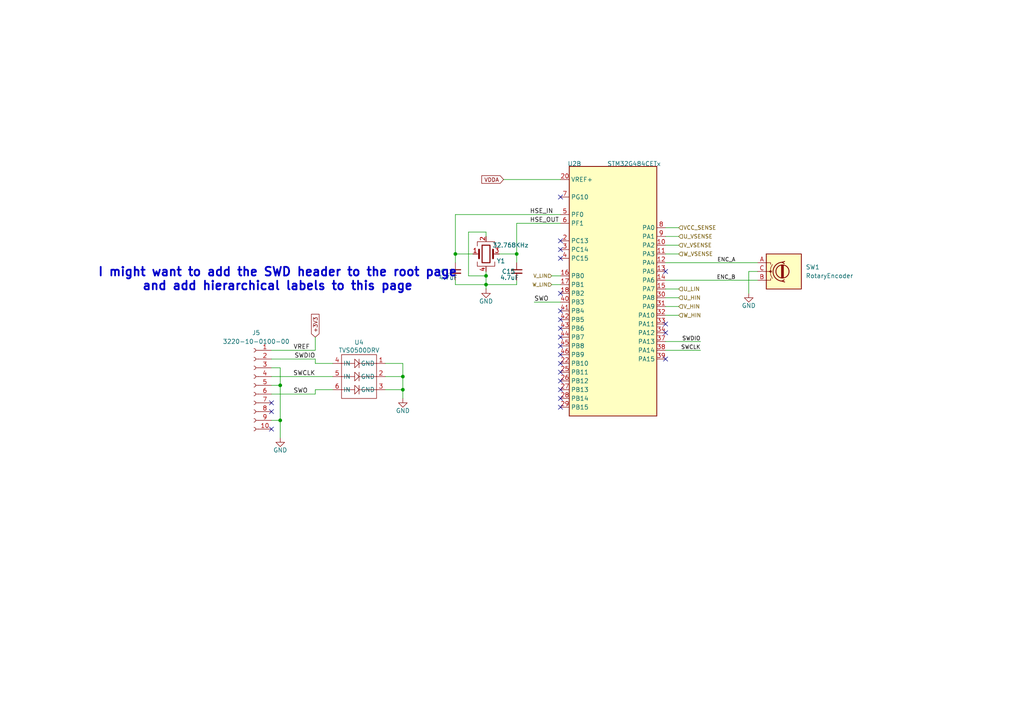
<source format=kicad_sch>
(kicad_sch (version 20250114) (generator "eeschema") (generator_version "9.0")
  (paper "A4")
  (lib_symbols
    (symbol "Connector:Conn_01x10_Socket" (pin_names (offset 1.016) (hide yes))
      (property "Reference" "J" (at 0 12.7 0))
      (property "Value" "Conn_01x10_Socket" (at 0 -15.24 0))
      (symbol "Conn_01x10_Socket_1_1"
        (polyline (pts (xy -1.27 10.16) (xy -0.508 10.16)) (stroke (width 0.1524)))
        (polyline (pts (xy -1.27 7.62) (xy -0.508 7.62)) (stroke (width 0.1524)))
        (polyline (pts (xy -1.27 5.08) (xy -0.508 5.08)) (stroke (width 0.1524)))
        (polyline (pts (xy -1.27 2.54) (xy -0.508 2.54)) (stroke (width 0.1524)))
        (polyline (pts (xy -1.27 0) (xy -0.508 0)) (stroke (width 0.1524)))
        (polyline (pts (xy -1.27 -2.54) (xy -0.508 -2.54)) (stroke (width 0.1524)))
        (polyline (pts (xy -1.27 -5.08) (xy -0.508 -5.08)) (stroke (width 0.1524)))
        (polyline (pts (xy -1.27 -7.62) (xy -0.508 -7.62)) (stroke (width 0.1524)))
        (polyline (pts (xy -1.27 -10.16) (xy -0.508 -10.16)) (stroke (width 0.1524)))
        (polyline (pts (xy -1.27 -12.7) (xy -0.508 -12.7)) (stroke (width 0.1524)))
        (arc (start 0 9.652) (mid -0.5058 10.16) (end 0 10.668) (stroke (width 0.1524)))
        (arc (start 0 7.112) (mid -0.5058 7.62) (end 0 8.128) (stroke (width 0.1524)))
        (arc (start 0 4.572) (mid -0.5058 5.08) (end 0 5.588) (stroke (width 0.1524)))
        (arc (start 0 2.032) (mid -0.5058 2.54) (end 0 3.048) (stroke (width 0.1524)))
        (arc (start 0 -0.508) (mid -0.5058 0) (end 0 0.508) (stroke (width 0.1524)))
        (arc (start 0 -3.048) (mid -0.5058 -2.54) (end 0 -2.032) (stroke (width 0.1524)))
        (arc (start 0 -5.588) (mid -0.5058 -5.08) (end 0 -4.572) (stroke (width 0.1524)))
        (arc (start 0 -8.128) (mid -0.5058 -7.62) (end 0 -7.112) (stroke (width 0.1524)))
        (arc (start 0 -10.668) (mid -0.5058 -10.16) (end 0 -9.652) (stroke (width 0.1524)))
        (arc (start 0 -13.208) (mid -0.5058 -12.7) (end 0 -12.192) (stroke (width 0.1524)))
        (pin passive line (at -5.08 10.16 0) (length 3.81) (name "Pin_1") (number "1"))
        (pin passive line (at -5.08 7.62 0) (length 3.81) (name "Pin_2") (number "2"))
        (pin passive line (at -5.08 5.08 0) (length 3.81) (name "Pin_3") (number "3"))
        (pin passive line (at -5.08 2.54 0) (length 3.81) (name "Pin_4") (number "4"))
        (pin passive line (at -5.08 0 0) (length 3.81) (name "Pin_5") (number "5"))
        (pin passive line (at -5.08 -2.54 0) (length 3.81) (name "Pin_6") (number "6"))
        (pin passive line (at -5.08 -5.08 0) (length 3.81) (name "Pin_7") (number "7"))
        (pin passive line (at -5.08 -7.62 0) (length 3.81) (name "Pin_8") (number "8"))
        (pin passive line (at -5.08 -10.16 0) (length 3.81) (name "Pin_9") (number "9"))
        (pin passive line (at -5.08 -12.7 0) (length 3.81) (name "Pin_10") (number "10"))
      )
    )
    (symbol "Device:C_Small" (pin_numbers (hide yes)) (pin_names (offset 0.254) (hide yes))
      (property "Reference" "C" (at 0.254 1.778 0))
      (property "Value" "C_Small" (at 0.254 -2.032 0))
      (symbol "C_Small_0_1"
        (polyline (pts (xy -1.524 0.508) (xy 1.524 0.508)) (stroke (width 0.3048)))
        (polyline (pts (xy -1.524 -0.508) (xy 1.524 -0.508)) (stroke (width 0.3302)))
      )
      (symbol "C_Small_1_1"
        (pin passive line (at 0 2.54 270) (length 2.032) (name "~") (number "1"))
        (pin passive line (at 0 -2.54 90) (length 2.032) (name "~") (number "2"))
      )
    )
    (symbol "Device:Crystal_GND24" (pin_names (offset 1.016) (hide yes))
      (property "Reference" "Y" (at 3.175 5.08 0))
      (property "Value" "Crystal_GND24" (at 3.175 3.175 0))
      (symbol "Crystal_GND24_0_1"
        (polyline (pts (xy -2.54 2.286) (xy -2.54 3.556) (xy 2.54 3.556) (xy 2.54 2.286)))
        (polyline (pts (xy -2.54 0) (xy -2.032 0)))
        (polyline (pts (xy -2.54 -2.286) (xy -2.54 -3.556) (xy 2.54 -3.556) (xy 2.54 -2.286)))
        (polyline (pts (xy -2.032 -1.27) (xy -2.032 1.27)) (stroke (width 0.508)))
        (rectangle (start -1.143 2.54) (end 1.143 -2.54) (stroke (width 0.3048)))
        (polyline (pts (xy 0 3.556) (xy 0 3.81)))
        (polyline (pts (xy 0 -3.81) (xy 0 -3.556)))
        (polyline (pts (xy 2.032 0) (xy 2.54 0)))
        (polyline (pts (xy 2.032 -1.27) (xy 2.032 1.27)) (stroke (width 0.508)))
      )
      (symbol "Crystal_GND24_1_1"
        (pin passive line (at -3.81 0 0) (length 1.27) (name "1") (number "1"))
        (pin passive line (at 0 5.08 270) (length 1.27) (name "2") (number "2"))
        (pin passive line (at 0 -5.08 90) (length 1.27) (name "4") (number "4"))
        (pin passive line (at 3.81 0 180) (length 1.27) (name "3") (number "3"))
      )
    )
    (symbol "Device:RotaryEncoder" (pin_names (offset 0.254) (hide yes))
      (property "Reference" "SW" (at 0 6.604 0))
      (property "Value" "RotaryEncoder" (at 0 -6.604 0))
      (symbol "RotaryEncoder_0_1"
        (rectangle (start -5.08 5.08) (end 5.08 -5.08) (stroke (width 0.254)) (fill (type background)))
        (polyline (pts (xy -5.08 2.54) (xy -3.81 2.54) (xy -3.81 2.032)))
        (polyline (pts (xy -5.08 0) (xy -3.81 0) (xy -3.81 -1.016) (xy -3.302 -2.032)))
        (polyline (pts (xy -5.08 -2.54) (xy -3.81 -2.54) (xy -3.81 -2.032)))
        (polyline (pts (xy -4.318 0) (xy -3.81 0) (xy -3.81 1.016) (xy -3.302 2.032)))
        (circle (center -3.81 0) (radius 0.254) (fill (type outline)))
        (polyline (pts (xy -0.635 -1.778) (xy -0.635 1.778)) (stroke (width 0.254)))
        (circle (center -0.381 0) (radius 1.905) (stroke (width 0.254)))
        (polyline (pts (xy -0.381 -1.778) (xy -0.381 1.778)) (stroke (width 0.254)))
        (arc (start -0.381 -2.794) (mid -3.0988 -0.0635) (end -0.381 2.667) (stroke (width 0.254)))
        (polyline (pts (xy -0.127 1.778) (xy -0.127 -1.778)) (stroke (width 0.254)))
        (polyline (pts (xy 0.254 2.921) (xy -0.508 2.667) (xy 0.127 2.286)) (stroke (width 0.254)))
        (polyline (pts (xy 0.254 -3.048) (xy -0.508 -2.794) (xy 0.127 -2.413)) (stroke (width 0.254)))
      )
      (symbol "RotaryEncoder_1_1"
        (pin passive line (at -7.62 2.54 0) (length 2.54) (name "A") (number "A"))
        (pin passive line (at -7.62 0 0) (length 2.54) (name "C") (number "C"))
        (pin passive line (at -7.62 -2.54 0) (length 2.54) (name "B") (number "B"))
      )
    )
    (symbol "ESC:TVS0500DRV"
      (property "Reference" "U3" (at 0 12.7 0))
      (property "Value" "TVS0500DRV" (at 0 10.16 0))
      (symbol "TVS0500DRV_0_1"
        (rectangle (start -5.08 7.62) (end 5.08 -5.08))
        (polyline (pts (xy 0 5.08) (xy -5.08 5.08)))
        (polyline (pts (xy 0 3.81) (xy 0 6.35)))
        (polyline (pts (xy 0 1.27) (xy -5.08 1.27)))
        (polyline (pts (xy 0 0) (xy 0 2.54)))
        (polyline (pts (xy 0 -2.54) (xy -5.08 -2.54)))
        (polyline (pts (xy 0 -3.81) (xy 0 -1.27)))
        (polyline (pts (xy 1.27 5.08) (xy 1.27 3.81) (xy 0 5.08) (xy 1.27 6.35) (xy 1.27 5.08)))
        (polyline (pts (xy 1.27 1.27) (xy 1.27 0) (xy 0 1.27) (xy 1.27 2.54) (xy 1.27 1.27)))
        (polyline (pts (xy 1.27 -2.54) (xy 1.27 -3.81) (xy 0 -2.54) (xy 1.27 -1.27) (xy 1.27 -2.54)))
        (polyline (pts (xy 5.08 5.08) (xy 1.27 5.08)))
        (polyline (pts (xy 5.08 1.27) (xy 1.27 1.27)))
        (polyline (pts (xy 5.08 -2.54) (xy 1.27 -2.54)))
      )
      (symbol "TVS0500DRV_1_1"
        (pin passive line (at -7.62 5.08 0) (length 2.54) (name "GND") (number "1"))
        (pin passive line (at -7.62 1.27 0) (length 2.54) (name "GND") (number "2"))
        (pin passive line (at -7.62 -2.54 0) (length 2.54) (name "GND") (number "3"))
        (pin input line (at 7.62 5.08 180) (length 2.54) (name "IN") (number "4"))
        (pin input line (at 7.62 1.27 180) (length 2.54) (name "IN") (number "5"))
        (pin input line (at 7.62 -2.54 180) (length 2.54) (name "IN") (number "6"))
      )
    )
    (symbol "STM32G484CETx_1"
      (property "Reference" "U2" (at -8.382 11.176 0))
      (property "Value" "STM32G484CETx" (at 3.556 11.176 0))
      (symbol "STM32G484CETx_1_0_1"
        (rectangle (start -10.16 10.16) (end 10.16 -8.89) (stroke (width 0.254)) (fill (type background)))
      )
      (symbol "STM32G484CETx_1_1_1"
        (pin power_in line (at -12.7 5.08 0) (length 2.54) (name "VDDA") (number "21"))
        (pin power_in line (at -12.7 2.54 0) (length 2.54) (name "VDD") (number "48"))
        (pin power_in line (at -12.7 0 0) (length 2.54) (name "VDD") (number "36"))
        (pin power_in line (at -12.7 -2.54 0) (length 2.54) (name "VDD") (number "24"))
        (pin power_in line (at -12.7 -5.08 0) (length 2.54) (name "VBAT") (number "1"))
        (pin power_in line (at -2.54 -11.43 90) (length 2.54) (name "VSS") (number "23"))
        (pin passive line (at 0 -11.43 90) (length 2.54) (name "VSS") (number "47"))
        (pin passive line (at 2.54 -11.43 90) (length 2.54) (name "VSS") (number "35"))
        (pin power_in line (at 6.35 -11.43 90) (length 2.54) (name "VSSA") (number "19"))
      )
      (symbol "STM32G484CETx_1_1_2"
        (rectangle (start -10.16 7.62) (end 8.89 -8.89))
        (pin power_in line (at -12.7 5.08 0) (length 2.54) (name "VDDA") (number "21"))
        (pin power_in line (at -12.7 2.54 0) (length 2.54) (name "VDD") (number "48"))
        (pin power_in line (at -12.7 0 0) (length 2.54) (name "VDD") (number "36"))
        (pin power_in line (at -12.7 -2.54 0) (length 2.54) (name "VDD") (number "24"))
        (pin power_in line (at -12.7 -5.08 0) (length 2.54) (name "VBAT") (number "1"))
        (pin power_in line (at -1.27 -11.43 90) (length 2.54) (name "VSS") (number "23"))
        (pin passive line (at 0 -11.43 90) (length 2.54) (hide yes) (name "VSS") (number "35"))
        (pin passive line (at 0 -11.43 90) (length 2.54) (hide yes) (name "VSS") (number "47"))
        (pin power_in line (at 1.27 -11.43 90) (length 2.54) (name "VSSA") (number "19"))
      )
      (symbol "STM32G484CETx_1_2_1"
        (pin input line (at -17.78 33.02 0) (length 2.54) (name "VREF+") (number "20"))
        (pin bidirectional line (at -17.78 27.94 0) (length 2.54) (name "PG10") (number "7"))
        (pin bidirectional line (at -17.78 22.86 0) (length 2.54) (name "PF0") (number "5"))
        (pin bidirectional line (at -17.78 20.32 0) (length 2.54) (name "PF1") (number "6"))
        (pin bidirectional line (at -17.78 15.24 0) (length 2.54) (name "PC13") (number "2"))
        (pin bidirectional line (at -17.78 -10.16 0) (length 2.54) (name "PB6") (number "43"))
        (pin bidirectional line (at -17.78 -12.7 0) (length 2.54) (name "PB7") (number "44"))
        (pin bidirectional line (at -17.78 -15.24 0) (length 2.54) (name "PB8") (number "45"))
        (pin bidirectional line (at -17.78 -17.78 0) (length 2.54) (name "PB9") (number "46"))
        (pin bidirectional line (at -17.78 -20.32 0) (length 2.54) (name "PB10") (number "22"))
        (pin bidirectional line (at -17.78 -22.86 0) (length 2.54) (name "PB11") (number "25"))
        (pin bidirectional line (at -17.78 -25.4 0) (length 2.54) (name "PB12") (number "26"))
        (pin bidirectional line (at -17.78 -27.94 0) (length 2.54) (name "PB13") (number "27"))
        (pin bidirectional line (at -17.78 -30.48 0) (length 2.54) (name "PB14") (number "28"))
        (pin bidirectional line (at -17.78 -33.02 0) (length 2.54) (name "PB15") (number "29"))
        (pin bidirectional line (at -15.24 12.7 0) (length 2.54) (name "PC14") (number "3"))
        (pin bidirectional line (at -12.7 10.16 0) (length 2.54) (name "PC15") (number "4"))
        (pin bidirectional line (at -12.7 5.08 0) (length 2.54) (name "PB0") (number "16"))
        (pin bidirectional line (at -12.7 2.54 0) (length 2.54) (name "PB1") (number "17"))
        (pin bidirectional line (at -12.7 0 0) (length 2.54) (name "PB2") (number "18"))
        (pin bidirectional line (at -12.7 -2.54 0) (length 2.54) (name "PB3") (number "40"))
        (pin bidirectional line (at -12.7 -5.08 0) (length 2.54) (name "PB4") (number "41"))
        (pin bidirectional line (at -12.7 -7.62 0) (length 2.54) (name "PB5") (number "42"))
        (pin bidirectional line (at 17.78 33.02 180) (length 2.54) (name "PA0") (number "8"))
        (pin bidirectional line (at 17.78 30.48 180) (length 2.54) (name "PA1") (number "9"))
        (pin bidirectional line (at 17.78 27.94 180) (length 2.54) (name "PA2") (number "10"))
        (pin bidirectional line (at 17.78 25.4 180) (length 2.54) (name "PA3") (number "11"))
        (pin bidirectional line (at 17.78 22.86 180) (length 2.54) (name "PA4") (number "12"))
        (pin bidirectional line (at 17.78 20.32 180) (length 2.54) (name "PA5") (number "13"))
        (pin bidirectional line (at 17.78 17.78 180) (length 2.54) (name "PA6") (number "14"))
        (pin bidirectional line (at 17.78 15.24 180) (length 2.54) (name "PA7") (number "15"))
        (pin bidirectional line (at 17.78 12.7 180) (length 2.54) (name "PA8") (number "30"))
        (pin bidirectional line (at 17.78 10.16 180) (length 2.54) (name "PA9") (number "31"))
        (pin bidirectional line (at 17.78 7.62 180) (length 2.54) (name "PA10") (number "32"))
        (pin bidirectional line (at 17.78 5.08 180) (length 2.54) (name "PA11") (number "33"))
        (pin bidirectional line (at 17.78 2.54 180) (length 2.54) (name "PA12") (number "34"))
        (pin bidirectional line (at 17.78 0 180) (length 2.54) (name "PA13") (number "37"))
        (pin bidirectional line (at 17.78 -2.54 180) (length 2.54) (name "PA14") (number "38"))
        (pin bidirectional line (at 17.78 -5.08 180) (length 2.54) (name "PA15") (number "39"))
      )
      (symbol "STM32G484CETx_1_2_2"
        (rectangle (start -12.7 30.48) (end 12.7 -41.91) (stroke (width 0.254)) (fill (type color) (color 255 255 194 1)))
        (pin input line (at -15.24 26.67 0) (length 2.54) (name "VREF+") (number "20"))
        (pin bidirectional line (at -15.24 21.59 0) (length 2.54) (name "PG10") (number "7"))
        (pin bidirectional line (at -15.24 16.51 0) (length 2.54) (name "PF0") (number "5"))
        (pin bidirectional line (at -15.24 13.97 0) (length 2.54) (name "PF1") (number "6"))
        (pin bidirectional line (at -15.24 8.89 0) (length 2.54) (name "PC13") (number "2"))
        (pin bidirectional line (at -15.24 6.35 0) (length 2.54) (name "PC14") (number "3"))
        (pin bidirectional line (at -15.24 3.81 0) (length 2.54) (name "PC15") (number "4"))
        (pin bidirectional line (at -15.24 -1.27 0) (length 2.54) (name "PB0") (number "16"))
        (pin bidirectional line (at -15.24 -3.81 0) (length 2.54) (name "PB1") (number "17"))
        (pin bidirectional line (at -15.24 -6.35 0) (length 2.54) (name "PB2") (number "18"))
        (pin bidirectional line (at -15.24 -8.89 0) (length 2.54) (name "PB3") (number "40"))
        (pin bidirectional line (at -15.24 -11.43 0) (length 2.54) (name "PB4") (number "41"))
        (pin bidirectional line (at -15.24 -13.97 0) (length 2.54) (name "PB5") (number "42"))
        (pin bidirectional line (at -15.24 -16.51 0) (length 2.54) (name "PB6") (number "43"))
        (pin bidirectional line (at -15.24 -19.05 0) (length 2.54) (name "PB7") (number "44"))
        (pin bidirectional line (at -15.24 -21.59 0) (length 2.54) (name "PB8") (number "45"))
        (pin bidirectional line (at -15.24 -24.13 0) (length 2.54) (name "PB9") (number "46"))
        (pin bidirectional line (at -15.24 -26.67 0) (length 2.54) (name "PB10") (number "22"))
        (pin bidirectional line (at -15.24 -29.21 0) (length 2.54) (name "PB11") (number "25"))
        (pin bidirectional line (at -15.24 -31.75 0) (length 2.54) (name "PB12") (number "26"))
        (pin bidirectional line (at -15.24 -34.29 0) (length 2.54) (name "PB13") (number "27"))
        (pin bidirectional line (at -15.24 -36.83 0) (length 2.54) (name "PB14") (number "28"))
        (pin bidirectional line (at -15.24 -39.37 0) (length 2.54) (name "PB15") (number "29"))
        (pin bidirectional line (at 15.24 12.7 180) (length 2.54) (name "PA0") (number "8"))
        (pin bidirectional line (at 15.24 10.16 180) (length 2.54) (name "PA1") (number "9"))
        (pin bidirectional line (at 15.24 7.62 180) (length 2.54) (name "PA2") (number "10"))
        (pin bidirectional line (at 15.24 5.08 180) (length 2.54) (name "PA3") (number "11"))
        (pin bidirectional line (at 15.24 2.54 180) (length 2.54) (name "PA4") (number "12"))
        (pin bidirectional line (at 15.24 0 180) (length 2.54) (name "PA5") (number "13"))
        (pin bidirectional line (at 15.24 -2.54 180) (length 2.54) (name "PA6") (number "14"))
        (pin bidirectional line (at 15.24 -5.08 180) (length 2.54) (name "PA7") (number "15"))
        (pin bidirectional line (at 15.24 -7.62 180) (length 2.54) (name "PA8") (number "30"))
        (pin bidirectional line (at 15.24 -10.16 180) (length 2.54) (name "PA9") (number "31"))
        (pin bidirectional line (at 15.24 -12.7 180) (length 2.54) (name "PA10") (number "32"))
        (pin bidirectional line (at 15.24 -15.24 180) (length 2.54) (name "PA11") (number "33"))
        (pin bidirectional line (at 15.24 -17.78 180) (length 2.54) (name "PA12") (number "34"))
        (pin bidirectional line (at 15.24 -20.32 180) (length 2.54) (name "PA13") (number "37"))
        (pin bidirectional line (at 15.24 -22.86 180) (length 2.54) (name "PA14") (number "38"))
        (pin bidirectional line (at 15.24 -25.4 180) (length 2.54) (name "PA15") (number "39"))
      )
    )
    (symbol "power:GND" (power) (pin_numbers (hide yes)) (pin_names (offset 0) (hide yes))
      (property "Value" "GND" (at 0 -3.81 0))
      (symbol "GND_0_1"
        (polyline (pts (xy 0 0) (xy 0 -1.27) (xy 1.27 -1.27) (xy 0 -2.54) (xy -1.27 -1.27) (xy 0 -1.27)))
      )
      (symbol "GND_1_1"
        (pin power_in line (at 0 0 270) (length 0) (name "~") (number "1"))
      )
    )
  )
  (text "I might want to add the SWD header to the root page\nand add hierarchical labels to this page" (at 80.518 81.026 0) (effects (font (size 2.5 2.5) (thickness 0.5) (bold yes))))
  (junction (at 140.97 80.01))
  (junction (at 81.28 121.92))
  (junction (at 81.28 111.76))
  (junction (at 116.84 113.03))
  (junction (at 149.86 73.66))
  (junction (at 140.97 82.55))
  (junction (at 132.08 73.66))
  (junction (at 116.84 109.22))
  (no_connect (at 78.74 119.38))
  (no_connect (at 162.56 92.71))
  (no_connect (at 162.56 90.17))
  (no_connect (at 162.56 110.49))
  (no_connect (at 162.56 100.33))
  (no_connect (at 193.04 96.52))
  (no_connect (at 193.04 78.74))
  (no_connect (at 162.56 72.39))
  (no_connect (at 162.56 105.41))
  (no_connect (at 162.56 107.95))
  (no_connect (at 162.56 74.93))
  (no_connect (at 162.56 102.87))
  (no_connect (at 193.04 104.14))
  (no_connect (at 162.56 113.03))
  (no_connect (at 162.56 95.25))
  (no_connect (at 162.56 69.85))
  (no_connect (at 78.74 116.84))
  (no_connect (at 78.74 124.46))
  (no_connect (at 162.56 115.57))
  (no_connect (at 162.56 57.15))
  (no_connect (at 193.04 93.98))
  (no_connect (at 162.56 97.79))
  (no_connect (at 162.56 85.09))
  (no_connect (at 162.56 118.11))
  (wire (pts (xy 111.76 109.22) (xy 116.84 109.22)))
  (wire (pts (xy 91.44 97.79) (xy 91.44 101.6)))
  (wire (pts (xy 140.97 80.01) (xy 140.97 78.74)))
  (wire (pts (xy 193.04 68.58) (xy 196.85 68.58)))
  (wire (pts (xy 132.08 62.23) (xy 132.08 73.66)))
  (wire (pts (xy 116.84 109.22) (xy 116.84 113.03)))
  (wire (pts (xy 162.56 64.77) (xy 149.86 64.77)))
  (wire (pts (xy 193.04 83.82) (xy 196.85 83.82)))
  (wire (pts (xy 81.28 111.76) (xy 78.74 111.76)))
  (wire (pts (xy 146.05 52.07) (xy 162.56 52.07)))
  (wire (pts (xy 217.17 85.09) (xy 217.17 78.74)))
  (wire (pts (xy 193.04 86.36) (xy 196.85 86.36)))
  (wire (pts (xy 78.74 114.3) (xy 91.44 114.3)))
  (wire (pts (xy 116.84 105.41) (xy 116.84 109.22)))
  (wire (pts (xy 193.04 66.04) (xy 196.85 66.04)))
  (wire (pts (xy 193.04 81.28) (xy 219.71 81.28)))
  (wire (pts (xy 132.08 73.66) (xy 137.16 73.66)))
  (wire (pts (xy 149.86 73.66) (xy 149.86 76.2)))
  (wire (pts (xy 162.56 62.23) (xy 132.08 62.23)))
  (wire (pts (xy 91.44 104.14) (xy 78.74 104.14)))
  (wire (pts (xy 162.56 87.63) (xy 154.94 87.63)))
  (wire (pts (xy 81.28 106.68) (xy 81.28 111.76)))
  (wire (pts (xy 217.17 78.74) (xy 219.71 78.74)))
  (wire (pts (xy 91.44 105.41) (xy 91.44 104.14)))
  (wire (pts (xy 144.78 73.66) (xy 149.86 73.66)))
  (wire (pts (xy 203.2 101.6) (xy 193.04 101.6)))
  (wire (pts (xy 132.08 81.28) (xy 132.08 82.55)))
  (wire (pts (xy 193.04 91.44) (xy 196.85 91.44)))
  (wire (pts (xy 140.97 82.55) (xy 140.97 83.82)))
  (wire (pts (xy 135.89 80.01) (xy 140.97 80.01)))
  (wire (pts (xy 203.2 99.06) (xy 193.04 99.06)))
  (wire (pts (xy 140.97 67.31) (xy 135.89 67.31)))
  (wire (pts (xy 132.08 76.2) (xy 132.08 73.66)))
  (wire (pts (xy 81.28 111.76) (xy 81.28 121.92)))
  (wire (pts (xy 78.74 106.68) (xy 81.28 106.68)))
  (wire (pts (xy 81.28 121.92) (xy 81.28 127)))
  (wire (pts (xy 160.02 82.55) (xy 162.56 82.55)))
  (wire (pts (xy 140.97 82.55) (xy 149.86 82.55)))
  (wire (pts (xy 140.97 80.01) (xy 140.97 82.55)))
  (wire (pts (xy 78.74 109.22) (xy 96.52 109.22)))
  (wire (pts (xy 111.76 113.03) (xy 116.84 113.03)))
  (wire (pts (xy 91.44 101.6) (xy 78.74 101.6)))
  (wire (pts (xy 135.89 67.31) (xy 135.89 80.01)))
  (wire (pts (xy 160.02 80.01) (xy 162.56 80.01)))
  (wire (pts (xy 81.28 121.92) (xy 78.74 121.92)))
  (wire (pts (xy 140.97 68.58) (xy 140.97 67.31)))
  (wire (pts (xy 116.84 113.03) (xy 116.84 115.57)))
  (wire (pts (xy 193.04 76.2) (xy 219.71 76.2)))
  (wire (pts (xy 91.44 113.03) (xy 91.44 114.3)))
  (wire (pts (xy 91.44 113.03) (xy 96.52 113.03)))
  (wire (pts (xy 91.44 105.41) (xy 96.52 105.41)))
  (wire (pts (xy 193.04 88.9) (xy 196.85 88.9)))
  (wire (pts (xy 132.08 82.55) (xy 140.97 82.55)))
  (wire (pts (xy 193.04 73.66) (xy 196.85 73.66)))
  (wire (pts (xy 111.76 105.41) (xy 116.84 105.41)))
  (wire (pts (xy 149.86 81.28) (xy 149.86 82.55)))
  (wire (pts (xy 149.86 64.77) (xy 149.86 73.66)))
  (wire (pts (xy 193.04 71.12) (xy 196.85 71.12)))
  (label "ENC_B" (at 213.36 81.28 180) (effects (font (size 1.125 1.125))))
  (label "SWCLK" (at 91.44 109.22 180))
  (label "SWDIO" (at 203.2 99.06 180) (effects (font (size 1.125 1.125))))
  (label "HSE_IN" (at 153.67 62.23 0))
  (label "VREF" (at 85.09 101.6 0))
  (label "HSE_OUT" (at 153.67 64.77 0))
  (label "SWCLK" (at 203.2 101.6 180) (effects (font (size 1.125 1.125))))
  (label "ENC_A" (at 213.36 76.2 180) (effects (font (size 1.125 1.125))))
  (label "SWO" (at 85.09 114.3 0))
  (label "SWDIO" (at 91.44 104.14 180))
  (label "SWO" (at 154.94 87.63 0))
  (global_label "+3V3" (shape input) (at 91.44 97.79 90) (effects (font (size 1.125 1.125))) (property "Intersheetrefs" "${INTERSHEET_REFS}" (effects (hide yes))))
  (global_label "VDDA" (shape input) (at 146.05 52.07 180) (effects (font (size 1.125 1.125))) (property "Intersheetrefs" "${INTERSHEET_REFS}" (effects (hide yes))))
  (hierarchical_label "V_VSENSE" (shape input) (at 196.85 71.12 0) (effects (font (size 1.125 1.125))))
  (hierarchical_label "V_LIN" (shape input) (at 160.02 80.01 180) (effects (font (size 1.016 1.016))))
  (hierarchical_label "U_HIN" (shape input) (at 196.85 86.36 0) (effects (font (size 1.125 1.125))))
  (hierarchical_label "W_VSENSE" (shape input) (at 196.85 73.66 0) (effects (font (size 1.125 1.125))))
  (hierarchical_label "W_LIN" (shape input) (at 160.02 82.55 180) (effects (font (size 1.016 1.016))))
  (hierarchical_label "W_HIN" (shape input) (at 196.85 91.44 0) (effects (font (size 1.125 1.125))))
  (hierarchical_label "V_HIN" (shape input) (at 196.85 88.9 0) (effects (font (size 1.125 1.125))))
  (hierarchical_label "VCC_SENSE" (shape input) (at 196.85 66.04 0) (effects (font (size 1.125 1.125))))
  (hierarchical_label "U_LIN" (shape input) (at 196.85 83.82 0) (effects (font (size 1.125 1.125))))
  (hierarchical_label "U_VSENSE" (shape input) (at 196.85 68.58 0) (effects (font (size 1.125 1.125))))
  (symbol (lib_id "ESC:TVS0500DRV") (at 104.14 110.49 0) (mirror y) (unit 1)
    (property "Reference" "U4" (at 104.14 99.314 0))
    (property "Value" "TVS0500DRV" (at 104.14 101.6 0))
    (property "Footprint" "esc-land-patterns:SON65P200X200X80-7N" (effects (hide yes)))
    (property "Datasheet" "https://www.ti.com/lit/ds/symlink/tvs0500.pdf?HQS=dis-dk-null-digikeymode-dsf-pf-null-wwe&ts=1755476931501&ref_url=https%253A%252F%252Fwww.ti.com%252Fgeneral%252Fdocs%252Fsuppproductinfo.tsp%253FdistId%253D10%2526gotoUrl%253Dhttps%253A%252F%252Fwww.ti.com%252Flit%252Fgpn%252Ftvs0500" (effects (hide yes)))
  )
  (symbol (lib_id "power:GND") (at 217.17 85.09 0) (unit 1)
    (property "Reference" "#PWR010" (effects (hide yes)))
    (property "Value" "GND" (at 217.17 88.646 0))
    (property "Description" "Power symbol creates a global label with name \"GND\" , ground" (effects (hide yes)))
  )
  (symbol (lib_id "power:GND") (at 81.28 127 0) (mirror y) (unit 1)
    (property "Reference" "#PWR07" (effects (hide yes)))
    (property "Value" "GND" (at 81.28 130.556 0))
    (property "Description" "Power symbol creates a global label with name \"GND\" , ground" (effects (hide yes)))
  )
  (symbol (lib_name "STM32G484CETx_1") (lib_id "MCU_ST_STM32G4:STM32G484CETx") (at 177.8 78.74 0) (unit 2) (convert 2)
    (property "Reference" "U2" (at 166.624 47.498 0))
    (property "Value" "STM32G484CETx" (at 183.896 47.498 0))
    (property "Footprint" "Package_QFP:LQFP-48_7x7mm_P0.5mm" (effects (hide yes)))
    (property "Datasheet" "https://www.st.com/resource/en/datasheet/stm32g484ce.pdf" (effects (hide yes)))
    (property "Description" "STMicroelectronics Arm Cortex-M4 MCU, 512KB flash, 128KB RAM, 170 MHz, 1.71-3.6V, 38 GPIO, LQFP48" (effects (hide yes)))
  )
  (symbol (lib_id "Connector:Conn_01x10_Socket") (at 73.66 111.76 0) (mirror y) (unit 1)
    (property "Reference" "J5" (at 74.295 96.52 0))
    (property "Value" "3220-10-0100-00" (at 74.295 99.06 0))
    (property "Footprint" "esc-land-patterns:CONN_3220-10-0100-00_CNC" (effects (hide yes)))
    (property "Description" "Generic connector, single row, 01x10, script generated" (effects (hide yes)))
  )
  (symbol (lib_id "power:GND") (at 116.84 115.57 0) (unit 1)
    (property "Reference" "#PWR08" (effects (hide yes)))
    (property "Value" "GND" (at 116.84 119.126 0))
    (property "Description" "Power symbol creates a global label with name \"GND\" , ground" (effects (hide yes)))
  )
  (symbol (lib_id "Device:C_Small") (at 132.08 78.74 0) (unit 1)
    (property "Reference" "C14" (at 127.762 78.74 0) (effects (justify left)))
    (property "Value" "4.7uF" (at 127.254 80.518 0) (effects (justify left)))
    (property "Footprint" "Capacitor_SMD:C_0805_2012Metric" (effects (hide yes)))
    (property "Description" "Unpolarized capacitor, small symbol" (effects (hide yes)))
  )
  (symbol (lib_id "power:GND") (at 140.97 83.82 0) (unit 1)
    (property "Reference" "#PWR09" (effects (hide yes)))
    (property "Value" "GND" (at 140.97 87.376 0))
    (property "Description" "Power symbol creates a global label with name \"GND\" , ground" (effects (hide yes)))
  )
  (symbol (lib_id "Device:RotaryEncoder") (at 227.33 78.74 0) (unit 1)
    (property "Reference" "SW1" (at 233.68 77.47 0) (effects (justify left)))
    (property "Value" "RotaryEncoder" (at 233.68 80.01 0) (effects (justify left)))
    (property "Footprint" "Rotary_Encoder:RotaryEncoder_Alps_EC11E-Switch_Vertical_H20mm" (effects (hide yes)))
    (property "Description" "Rotary encoder, dual channel, incremental quadrate outputs" (effects (hide yes)))
  )
  (symbol (lib_id "Device:C_Small") (at 149.86 78.74 0) (unit 1)
    (property "Reference" "C15" (at 145.542 78.74 0) (effects (justify left)))
    (property "Value" "4.7uF" (at 145.034 80.518 0) (effects (justify left)))
    (property "Footprint" "Capacitor_SMD:C_0805_2012Metric" (effects (hide yes)))
    (property "Description" "Unpolarized capacitor, small symbol" (effects (hide yes)))
  )
  (symbol (lib_id "Device:Crystal_GND24") (at 140.97 73.66 0) (unit 1)
    (property "Reference" "Y1" (at 145.288 75.692 0))
    (property "Value" "32.768KHz" (at 148.082 71.12 0))
    (property "Footprint" "esc-land-patterns:XTAL_ABS04W-32.768KHZ-4-D2-T5" (effects (hide yes)))
    (property "Description" "Four pin crystal, GND on pins 2 and 4" (effects (hide yes)))
    (property "PARTREV" "12.18.2018" (effects (hide yes)))
    (property "STANDARD" "Manufacturer Recommendations" (effects (hide yes)))
    (property "MAXIMUM_PACKAGE_HEIGHT" "0.35 mm" (effects (hide yes)))
    (property "MANUFACTURER" "Abracon" (effects (hide yes)))
  )
)
</source>
